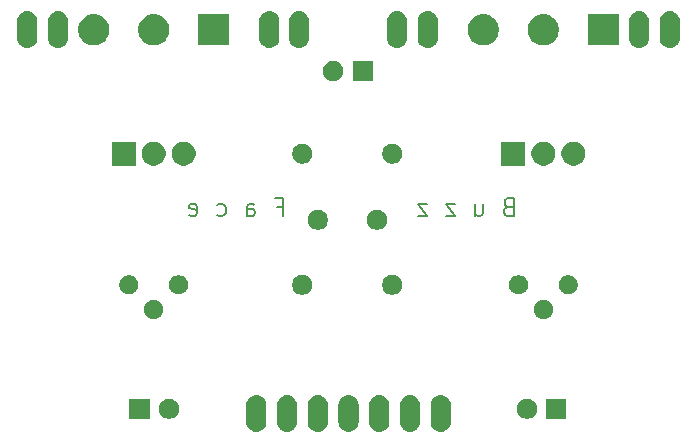
<source format=gbr>
G04 #@! TF.GenerationSoftware,KiCad,Pcbnew,(5.1.5-0-10_14)*
G04 #@! TF.CreationDate,2021-09-14T17:42:55+02:00*
G04 #@! TF.ProjectId,npnium,6e706e69-756d-42e6-9b69-6361645f7063,rev?*
G04 #@! TF.SameCoordinates,Original*
G04 #@! TF.FileFunction,Soldermask,Bot*
G04 #@! TF.FilePolarity,Negative*
%FSLAX46Y46*%
G04 Gerber Fmt 4.6, Leading zero omitted, Abs format (unit mm)*
G04 Created by KiCad (PCBNEW (5.1.5-0-10_14)) date 2021-09-14 17:42:55*
%MOMM*%
%LPD*%
G04 APERTURE LIST*
%ADD10C,0.150000*%
%ADD11C,0.100000*%
G04 APERTURE END LIST*
D10*
X93964285Y-93392857D02*
X94464285Y-93392857D01*
X94464285Y-94178571D02*
X94464285Y-92678571D01*
X93750000Y-92678571D01*
X91392857Y-94178571D02*
X91392857Y-93392857D01*
X91464285Y-93250000D01*
X91607142Y-93178571D01*
X91892857Y-93178571D01*
X92035714Y-93250000D01*
X91392857Y-94107142D02*
X91535714Y-94178571D01*
X91892857Y-94178571D01*
X92035714Y-94107142D01*
X92107142Y-93964285D01*
X92107142Y-93821428D01*
X92035714Y-93678571D01*
X91892857Y-93607142D01*
X91535714Y-93607142D01*
X91392857Y-93535714D01*
X88892857Y-94107142D02*
X89035714Y-94178571D01*
X89321428Y-94178571D01*
X89464285Y-94107142D01*
X89535714Y-94035714D01*
X89607142Y-93892857D01*
X89607142Y-93464285D01*
X89535714Y-93321428D01*
X89464285Y-93250000D01*
X89321428Y-93178571D01*
X89035714Y-93178571D01*
X88892857Y-93250000D01*
X86535714Y-94107142D02*
X86678571Y-94178571D01*
X86964285Y-94178571D01*
X87107142Y-94107142D01*
X87178571Y-93964285D01*
X87178571Y-93392857D01*
X87107142Y-93250000D01*
X86964285Y-93178571D01*
X86678571Y-93178571D01*
X86535714Y-93250000D01*
X86464285Y-93392857D01*
X86464285Y-93535714D01*
X87178571Y-93678571D01*
X113500000Y-93392857D02*
X113285714Y-93464285D01*
X113214285Y-93535714D01*
X113142857Y-93678571D01*
X113142857Y-93892857D01*
X113214285Y-94035714D01*
X113285714Y-94107142D01*
X113428571Y-94178571D01*
X114000000Y-94178571D01*
X114000000Y-92678571D01*
X113500000Y-92678571D01*
X113357142Y-92750000D01*
X113285714Y-92821428D01*
X113214285Y-92964285D01*
X113214285Y-93107142D01*
X113285714Y-93250000D01*
X113357142Y-93321428D01*
X113500000Y-93392857D01*
X114000000Y-93392857D01*
X110714285Y-93178571D02*
X110714285Y-94178571D01*
X111357142Y-93178571D02*
X111357142Y-93964285D01*
X111285714Y-94107142D01*
X111142857Y-94178571D01*
X110928571Y-94178571D01*
X110785714Y-94107142D01*
X110714285Y-94035714D01*
X109000000Y-93178571D02*
X108214285Y-93178571D01*
X109000000Y-94178571D01*
X108214285Y-94178571D01*
X106642857Y-93178571D02*
X105857142Y-93178571D01*
X106642857Y-94178571D01*
X105857142Y-94178571D01*
D11*
G36*
X92366822Y-109361313D02*
G01*
X92527241Y-109409976D01*
X92675077Y-109488995D01*
X92804659Y-109595341D01*
X92911004Y-109724922D01*
X92911005Y-109724924D01*
X92990024Y-109872758D01*
X93038687Y-110033177D01*
X93051000Y-110158196D01*
X93051000Y-111641804D01*
X93038687Y-111766823D01*
X92990024Y-111927242D01*
X92919114Y-112059906D01*
X92911004Y-112075078D01*
X92804659Y-112204659D01*
X92675078Y-112311004D01*
X92675076Y-112311005D01*
X92527242Y-112390024D01*
X92366823Y-112438687D01*
X92200000Y-112455117D01*
X92033178Y-112438687D01*
X91872759Y-112390024D01*
X91724925Y-112311005D01*
X91724923Y-112311004D01*
X91595342Y-112204659D01*
X91488997Y-112075078D01*
X91480887Y-112059906D01*
X91409977Y-111927242D01*
X91361314Y-111766823D01*
X91349001Y-111641804D01*
X91349000Y-110158197D01*
X91361313Y-110033178D01*
X91409976Y-109872759D01*
X91488995Y-109724923D01*
X91595341Y-109595341D01*
X91724922Y-109488996D01*
X91740094Y-109480886D01*
X91872758Y-109409976D01*
X92033177Y-109361313D01*
X92200000Y-109344883D01*
X92366822Y-109361313D01*
G37*
G36*
X94966822Y-109361313D02*
G01*
X95127241Y-109409976D01*
X95275077Y-109488995D01*
X95404659Y-109595341D01*
X95511004Y-109724922D01*
X95511005Y-109724924D01*
X95590024Y-109872758D01*
X95638687Y-110033177D01*
X95651000Y-110158196D01*
X95651000Y-111641804D01*
X95638687Y-111766823D01*
X95590024Y-111927242D01*
X95519114Y-112059906D01*
X95511004Y-112075078D01*
X95404659Y-112204659D01*
X95275078Y-112311004D01*
X95275076Y-112311005D01*
X95127242Y-112390024D01*
X94966823Y-112438687D01*
X94800000Y-112455117D01*
X94633178Y-112438687D01*
X94472759Y-112390024D01*
X94324925Y-112311005D01*
X94324923Y-112311004D01*
X94195342Y-112204659D01*
X94088997Y-112075078D01*
X94080887Y-112059906D01*
X94009977Y-111927242D01*
X93961314Y-111766823D01*
X93949001Y-111641804D01*
X93949000Y-110158197D01*
X93961313Y-110033178D01*
X94009976Y-109872759D01*
X94088995Y-109724923D01*
X94195341Y-109595341D01*
X94324922Y-109488996D01*
X94340094Y-109480886D01*
X94472758Y-109409976D01*
X94633177Y-109361313D01*
X94800000Y-109344883D01*
X94966822Y-109361313D01*
G37*
G36*
X97566822Y-109361313D02*
G01*
X97727241Y-109409976D01*
X97875077Y-109488995D01*
X98004659Y-109595341D01*
X98111004Y-109724922D01*
X98111005Y-109724924D01*
X98190024Y-109872758D01*
X98238687Y-110033177D01*
X98251000Y-110158196D01*
X98251000Y-111641804D01*
X98238687Y-111766823D01*
X98190024Y-111927242D01*
X98119114Y-112059906D01*
X98111004Y-112075078D01*
X98004659Y-112204659D01*
X97875078Y-112311004D01*
X97875076Y-112311005D01*
X97727242Y-112390024D01*
X97566823Y-112438687D01*
X97400000Y-112455117D01*
X97233178Y-112438687D01*
X97072759Y-112390024D01*
X96924925Y-112311005D01*
X96924923Y-112311004D01*
X96795342Y-112204659D01*
X96688997Y-112075078D01*
X96680887Y-112059906D01*
X96609977Y-111927242D01*
X96561314Y-111766823D01*
X96549001Y-111641804D01*
X96549000Y-110158197D01*
X96561313Y-110033178D01*
X96609976Y-109872759D01*
X96688995Y-109724923D01*
X96795341Y-109595341D01*
X96924922Y-109488996D01*
X96940094Y-109480886D01*
X97072758Y-109409976D01*
X97233177Y-109361313D01*
X97400000Y-109344883D01*
X97566822Y-109361313D01*
G37*
G36*
X100166822Y-109361313D02*
G01*
X100327241Y-109409976D01*
X100475077Y-109488995D01*
X100604659Y-109595341D01*
X100711004Y-109724922D01*
X100711005Y-109724924D01*
X100790024Y-109872758D01*
X100838687Y-110033177D01*
X100851000Y-110158196D01*
X100851000Y-111641804D01*
X100838687Y-111766823D01*
X100790024Y-111927242D01*
X100719114Y-112059906D01*
X100711004Y-112075078D01*
X100604659Y-112204659D01*
X100475078Y-112311004D01*
X100475076Y-112311005D01*
X100327242Y-112390024D01*
X100166823Y-112438687D01*
X100000000Y-112455117D01*
X99833178Y-112438687D01*
X99672759Y-112390024D01*
X99524925Y-112311005D01*
X99524923Y-112311004D01*
X99395342Y-112204659D01*
X99288997Y-112075078D01*
X99280887Y-112059906D01*
X99209977Y-111927242D01*
X99161314Y-111766823D01*
X99149001Y-111641804D01*
X99149000Y-110158197D01*
X99161313Y-110033178D01*
X99209976Y-109872759D01*
X99288995Y-109724923D01*
X99395341Y-109595341D01*
X99524922Y-109488996D01*
X99540094Y-109480886D01*
X99672758Y-109409976D01*
X99833177Y-109361313D01*
X100000000Y-109344883D01*
X100166822Y-109361313D01*
G37*
G36*
X102766822Y-109361313D02*
G01*
X102927241Y-109409976D01*
X103075077Y-109488995D01*
X103204659Y-109595341D01*
X103311004Y-109724922D01*
X103311005Y-109724924D01*
X103390024Y-109872758D01*
X103438687Y-110033177D01*
X103451000Y-110158196D01*
X103451000Y-111641804D01*
X103438687Y-111766823D01*
X103390024Y-111927242D01*
X103319114Y-112059906D01*
X103311004Y-112075078D01*
X103204659Y-112204659D01*
X103075078Y-112311004D01*
X103075076Y-112311005D01*
X102927242Y-112390024D01*
X102766823Y-112438687D01*
X102600000Y-112455117D01*
X102433178Y-112438687D01*
X102272759Y-112390024D01*
X102124925Y-112311005D01*
X102124923Y-112311004D01*
X101995342Y-112204659D01*
X101888997Y-112075078D01*
X101880887Y-112059906D01*
X101809977Y-111927242D01*
X101761314Y-111766823D01*
X101749001Y-111641804D01*
X101749000Y-110158197D01*
X101761313Y-110033178D01*
X101809976Y-109872759D01*
X101888995Y-109724923D01*
X101995341Y-109595341D01*
X102124922Y-109488996D01*
X102140094Y-109480886D01*
X102272758Y-109409976D01*
X102433177Y-109361313D01*
X102600000Y-109344883D01*
X102766822Y-109361313D01*
G37*
G36*
X105366822Y-109361313D02*
G01*
X105527241Y-109409976D01*
X105675077Y-109488995D01*
X105804659Y-109595341D01*
X105911004Y-109724922D01*
X105911005Y-109724924D01*
X105990024Y-109872758D01*
X106038687Y-110033177D01*
X106051000Y-110158196D01*
X106051000Y-111641804D01*
X106038687Y-111766823D01*
X105990024Y-111927242D01*
X105919114Y-112059906D01*
X105911004Y-112075078D01*
X105804659Y-112204659D01*
X105675078Y-112311004D01*
X105675076Y-112311005D01*
X105527242Y-112390024D01*
X105366823Y-112438687D01*
X105200000Y-112455117D01*
X105033178Y-112438687D01*
X104872759Y-112390024D01*
X104724925Y-112311005D01*
X104724923Y-112311004D01*
X104595342Y-112204659D01*
X104488997Y-112075078D01*
X104480887Y-112059906D01*
X104409977Y-111927242D01*
X104361314Y-111766823D01*
X104349001Y-111641804D01*
X104349000Y-110158197D01*
X104361313Y-110033178D01*
X104409976Y-109872759D01*
X104488995Y-109724923D01*
X104595341Y-109595341D01*
X104724922Y-109488996D01*
X104740094Y-109480886D01*
X104872758Y-109409976D01*
X105033177Y-109361313D01*
X105200000Y-109344883D01*
X105366822Y-109361313D01*
G37*
G36*
X107966822Y-109361313D02*
G01*
X108127241Y-109409976D01*
X108275077Y-109488995D01*
X108404659Y-109595341D01*
X108511004Y-109724922D01*
X108511005Y-109724924D01*
X108590024Y-109872758D01*
X108638687Y-110033177D01*
X108651000Y-110158196D01*
X108651000Y-111641804D01*
X108638687Y-111766823D01*
X108590024Y-111927242D01*
X108519114Y-112059906D01*
X108511004Y-112075078D01*
X108404659Y-112204659D01*
X108275078Y-112311004D01*
X108275076Y-112311005D01*
X108127242Y-112390024D01*
X107966823Y-112438687D01*
X107800000Y-112455117D01*
X107633178Y-112438687D01*
X107472759Y-112390024D01*
X107324925Y-112311005D01*
X107324923Y-112311004D01*
X107195342Y-112204659D01*
X107088997Y-112075078D01*
X107080887Y-112059906D01*
X107009977Y-111927242D01*
X106961314Y-111766823D01*
X106949001Y-111641804D01*
X106949000Y-110158197D01*
X106961313Y-110033178D01*
X107009976Y-109872759D01*
X107088995Y-109724923D01*
X107195341Y-109595341D01*
X107324922Y-109488996D01*
X107340094Y-109480886D01*
X107472758Y-109409976D01*
X107633177Y-109361313D01*
X107800000Y-109344883D01*
X107966822Y-109361313D01*
G37*
G36*
X115348228Y-109681703D02*
G01*
X115503100Y-109745853D01*
X115642481Y-109838985D01*
X115761015Y-109957519D01*
X115854147Y-110096900D01*
X115918297Y-110251772D01*
X115951000Y-110416184D01*
X115951000Y-110583816D01*
X115918297Y-110748228D01*
X115854147Y-110903100D01*
X115761015Y-111042481D01*
X115642481Y-111161015D01*
X115503100Y-111254147D01*
X115348228Y-111318297D01*
X115183816Y-111351000D01*
X115016184Y-111351000D01*
X114851772Y-111318297D01*
X114696900Y-111254147D01*
X114557519Y-111161015D01*
X114438985Y-111042481D01*
X114345853Y-110903100D01*
X114281703Y-110748228D01*
X114249000Y-110583816D01*
X114249000Y-110416184D01*
X114281703Y-110251772D01*
X114345853Y-110096900D01*
X114438985Y-109957519D01*
X114557519Y-109838985D01*
X114696900Y-109745853D01*
X114851772Y-109681703D01*
X115016184Y-109649000D01*
X115183816Y-109649000D01*
X115348228Y-109681703D01*
G37*
G36*
X83151000Y-111351000D02*
G01*
X81449000Y-111351000D01*
X81449000Y-109649000D01*
X83151000Y-109649000D01*
X83151000Y-111351000D01*
G37*
G36*
X85048228Y-109681703D02*
G01*
X85203100Y-109745853D01*
X85342481Y-109838985D01*
X85461015Y-109957519D01*
X85554147Y-110096900D01*
X85618297Y-110251772D01*
X85651000Y-110416184D01*
X85651000Y-110583816D01*
X85618297Y-110748228D01*
X85554147Y-110903100D01*
X85461015Y-111042481D01*
X85342481Y-111161015D01*
X85203100Y-111254147D01*
X85048228Y-111318297D01*
X84883816Y-111351000D01*
X84716184Y-111351000D01*
X84551772Y-111318297D01*
X84396900Y-111254147D01*
X84257519Y-111161015D01*
X84138985Y-111042481D01*
X84045853Y-110903100D01*
X83981703Y-110748228D01*
X83949000Y-110583816D01*
X83949000Y-110416184D01*
X83981703Y-110251772D01*
X84045853Y-110096900D01*
X84138985Y-109957519D01*
X84257519Y-109838985D01*
X84396900Y-109745853D01*
X84551772Y-109681703D01*
X84716184Y-109649000D01*
X84883816Y-109649000D01*
X85048228Y-109681703D01*
G37*
G36*
X118451000Y-111351000D02*
G01*
X116749000Y-111351000D01*
X116749000Y-109649000D01*
X118451000Y-109649000D01*
X118451000Y-111351000D01*
G37*
G36*
X116737142Y-101318242D02*
G01*
X116885101Y-101379529D01*
X117018255Y-101468499D01*
X117131501Y-101581745D01*
X117220471Y-101714899D01*
X117281758Y-101862858D01*
X117313000Y-102019925D01*
X117313000Y-102180075D01*
X117281758Y-102337142D01*
X117220471Y-102485101D01*
X117131501Y-102618255D01*
X117018255Y-102731501D01*
X116885101Y-102820471D01*
X116737142Y-102881758D01*
X116580075Y-102913000D01*
X116419925Y-102913000D01*
X116262858Y-102881758D01*
X116114899Y-102820471D01*
X115981745Y-102731501D01*
X115868499Y-102618255D01*
X115779529Y-102485101D01*
X115718242Y-102337142D01*
X115687000Y-102180075D01*
X115687000Y-102019925D01*
X115718242Y-101862858D01*
X115779529Y-101714899D01*
X115868499Y-101581745D01*
X115981745Y-101468499D01*
X116114899Y-101379529D01*
X116262858Y-101318242D01*
X116419925Y-101287000D01*
X116580075Y-101287000D01*
X116737142Y-101318242D01*
G37*
G36*
X83737142Y-101318242D02*
G01*
X83885101Y-101379529D01*
X84018255Y-101468499D01*
X84131501Y-101581745D01*
X84220471Y-101714899D01*
X84281758Y-101862858D01*
X84313000Y-102019925D01*
X84313000Y-102180075D01*
X84281758Y-102337142D01*
X84220471Y-102485101D01*
X84131501Y-102618255D01*
X84018255Y-102731501D01*
X83885101Y-102820471D01*
X83737142Y-102881758D01*
X83580075Y-102913000D01*
X83419925Y-102913000D01*
X83262858Y-102881758D01*
X83114899Y-102820471D01*
X82981745Y-102731501D01*
X82868499Y-102618255D01*
X82779529Y-102485101D01*
X82718242Y-102337142D01*
X82687000Y-102180075D01*
X82687000Y-102019925D01*
X82718242Y-101862858D01*
X82779529Y-101714899D01*
X82868499Y-101581745D01*
X82981745Y-101468499D01*
X83114899Y-101379529D01*
X83262858Y-101318242D01*
X83419925Y-101287000D01*
X83580075Y-101287000D01*
X83737142Y-101318242D01*
G37*
G36*
X103948228Y-99181703D02*
G01*
X104103100Y-99245853D01*
X104242481Y-99338985D01*
X104361015Y-99457519D01*
X104454147Y-99596900D01*
X104518297Y-99751772D01*
X104551000Y-99916184D01*
X104551000Y-100083816D01*
X104518297Y-100248228D01*
X104454147Y-100403100D01*
X104361015Y-100542481D01*
X104242481Y-100661015D01*
X104103100Y-100754147D01*
X103948228Y-100818297D01*
X103783816Y-100851000D01*
X103616184Y-100851000D01*
X103451772Y-100818297D01*
X103296900Y-100754147D01*
X103157519Y-100661015D01*
X103038985Y-100542481D01*
X102945853Y-100403100D01*
X102881703Y-100248228D01*
X102849000Y-100083816D01*
X102849000Y-99916184D01*
X102881703Y-99751772D01*
X102945853Y-99596900D01*
X103038985Y-99457519D01*
X103157519Y-99338985D01*
X103296900Y-99245853D01*
X103451772Y-99181703D01*
X103616184Y-99149000D01*
X103783816Y-99149000D01*
X103948228Y-99181703D01*
G37*
G36*
X96328228Y-99181703D02*
G01*
X96483100Y-99245853D01*
X96622481Y-99338985D01*
X96741015Y-99457519D01*
X96834147Y-99596900D01*
X96898297Y-99751772D01*
X96931000Y-99916184D01*
X96931000Y-100083816D01*
X96898297Y-100248228D01*
X96834147Y-100403100D01*
X96741015Y-100542481D01*
X96622481Y-100661015D01*
X96483100Y-100754147D01*
X96328228Y-100818297D01*
X96163816Y-100851000D01*
X95996184Y-100851000D01*
X95831772Y-100818297D01*
X95676900Y-100754147D01*
X95537519Y-100661015D01*
X95418985Y-100542481D01*
X95325853Y-100403100D01*
X95261703Y-100248228D01*
X95229000Y-100083816D01*
X95229000Y-99916184D01*
X95261703Y-99751772D01*
X95325853Y-99596900D01*
X95418985Y-99457519D01*
X95537519Y-99338985D01*
X95676900Y-99245853D01*
X95831772Y-99181703D01*
X95996184Y-99149000D01*
X96163816Y-99149000D01*
X96328228Y-99181703D01*
G37*
G36*
X118837142Y-99218242D02*
G01*
X118985101Y-99279529D01*
X119118255Y-99368499D01*
X119231501Y-99481745D01*
X119320471Y-99614899D01*
X119381758Y-99762858D01*
X119413000Y-99919925D01*
X119413000Y-100080075D01*
X119381758Y-100237142D01*
X119320471Y-100385101D01*
X119231501Y-100518255D01*
X119118255Y-100631501D01*
X118985101Y-100720471D01*
X118837142Y-100781758D01*
X118680075Y-100813000D01*
X118519925Y-100813000D01*
X118362858Y-100781758D01*
X118214899Y-100720471D01*
X118081745Y-100631501D01*
X117968499Y-100518255D01*
X117879529Y-100385101D01*
X117818242Y-100237142D01*
X117787000Y-100080075D01*
X117787000Y-99919925D01*
X117818242Y-99762858D01*
X117879529Y-99614899D01*
X117968499Y-99481745D01*
X118081745Y-99368499D01*
X118214899Y-99279529D01*
X118362858Y-99218242D01*
X118519925Y-99187000D01*
X118680075Y-99187000D01*
X118837142Y-99218242D01*
G37*
G36*
X114637142Y-99218242D02*
G01*
X114785101Y-99279529D01*
X114918255Y-99368499D01*
X115031501Y-99481745D01*
X115120471Y-99614899D01*
X115181758Y-99762858D01*
X115213000Y-99919925D01*
X115213000Y-100080075D01*
X115181758Y-100237142D01*
X115120471Y-100385101D01*
X115031501Y-100518255D01*
X114918255Y-100631501D01*
X114785101Y-100720471D01*
X114637142Y-100781758D01*
X114480075Y-100813000D01*
X114319925Y-100813000D01*
X114162858Y-100781758D01*
X114014899Y-100720471D01*
X113881745Y-100631501D01*
X113768499Y-100518255D01*
X113679529Y-100385101D01*
X113618242Y-100237142D01*
X113587000Y-100080075D01*
X113587000Y-99919925D01*
X113618242Y-99762858D01*
X113679529Y-99614899D01*
X113768499Y-99481745D01*
X113881745Y-99368499D01*
X114014899Y-99279529D01*
X114162858Y-99218242D01*
X114319925Y-99187000D01*
X114480075Y-99187000D01*
X114637142Y-99218242D01*
G37*
G36*
X85837142Y-99218242D02*
G01*
X85985101Y-99279529D01*
X86118255Y-99368499D01*
X86231501Y-99481745D01*
X86320471Y-99614899D01*
X86381758Y-99762858D01*
X86413000Y-99919925D01*
X86413000Y-100080075D01*
X86381758Y-100237142D01*
X86320471Y-100385101D01*
X86231501Y-100518255D01*
X86118255Y-100631501D01*
X85985101Y-100720471D01*
X85837142Y-100781758D01*
X85680075Y-100813000D01*
X85519925Y-100813000D01*
X85362858Y-100781758D01*
X85214899Y-100720471D01*
X85081745Y-100631501D01*
X84968499Y-100518255D01*
X84879529Y-100385101D01*
X84818242Y-100237142D01*
X84787000Y-100080075D01*
X84787000Y-99919925D01*
X84818242Y-99762858D01*
X84879529Y-99614899D01*
X84968499Y-99481745D01*
X85081745Y-99368499D01*
X85214899Y-99279529D01*
X85362858Y-99218242D01*
X85519925Y-99187000D01*
X85680075Y-99187000D01*
X85837142Y-99218242D01*
G37*
G36*
X81637142Y-99218242D02*
G01*
X81785101Y-99279529D01*
X81918255Y-99368499D01*
X82031501Y-99481745D01*
X82120471Y-99614899D01*
X82181758Y-99762858D01*
X82213000Y-99919925D01*
X82213000Y-100080075D01*
X82181758Y-100237142D01*
X82120471Y-100385101D01*
X82031501Y-100518255D01*
X81918255Y-100631501D01*
X81785101Y-100720471D01*
X81637142Y-100781758D01*
X81480075Y-100813000D01*
X81319925Y-100813000D01*
X81162858Y-100781758D01*
X81014899Y-100720471D01*
X80881745Y-100631501D01*
X80768499Y-100518255D01*
X80679529Y-100385101D01*
X80618242Y-100237142D01*
X80587000Y-100080075D01*
X80587000Y-99919925D01*
X80618242Y-99762858D01*
X80679529Y-99614899D01*
X80768499Y-99481745D01*
X80881745Y-99368499D01*
X81014899Y-99279529D01*
X81162858Y-99218242D01*
X81319925Y-99187000D01*
X81480075Y-99187000D01*
X81637142Y-99218242D01*
G37*
G36*
X102648228Y-93681703D02*
G01*
X102803100Y-93745853D01*
X102942481Y-93838985D01*
X103061015Y-93957519D01*
X103154147Y-94096900D01*
X103218297Y-94251772D01*
X103251000Y-94416184D01*
X103251000Y-94583816D01*
X103218297Y-94748228D01*
X103154147Y-94903100D01*
X103061015Y-95042481D01*
X102942481Y-95161015D01*
X102803100Y-95254147D01*
X102648228Y-95318297D01*
X102483816Y-95351000D01*
X102316184Y-95351000D01*
X102151772Y-95318297D01*
X101996900Y-95254147D01*
X101857519Y-95161015D01*
X101738985Y-95042481D01*
X101645853Y-94903100D01*
X101581703Y-94748228D01*
X101549000Y-94583816D01*
X101549000Y-94416184D01*
X101581703Y-94251772D01*
X101645853Y-94096900D01*
X101738985Y-93957519D01*
X101857519Y-93838985D01*
X101996900Y-93745853D01*
X102151772Y-93681703D01*
X102316184Y-93649000D01*
X102483816Y-93649000D01*
X102648228Y-93681703D01*
G37*
G36*
X97648228Y-93681703D02*
G01*
X97803100Y-93745853D01*
X97942481Y-93838985D01*
X98061015Y-93957519D01*
X98154147Y-94096900D01*
X98218297Y-94251772D01*
X98251000Y-94416184D01*
X98251000Y-94583816D01*
X98218297Y-94748228D01*
X98154147Y-94903100D01*
X98061015Y-95042481D01*
X97942481Y-95161015D01*
X97803100Y-95254147D01*
X97648228Y-95318297D01*
X97483816Y-95351000D01*
X97316184Y-95351000D01*
X97151772Y-95318297D01*
X96996900Y-95254147D01*
X96857519Y-95161015D01*
X96738985Y-95042481D01*
X96645853Y-94903100D01*
X96581703Y-94748228D01*
X96549000Y-94583816D01*
X96549000Y-94416184D01*
X96581703Y-94251772D01*
X96645853Y-94096900D01*
X96738985Y-93957519D01*
X96857519Y-93838985D01*
X96996900Y-93745853D01*
X97151772Y-93681703D01*
X97316184Y-93649000D01*
X97483816Y-93649000D01*
X97648228Y-93681703D01*
G37*
G36*
X81976200Y-89916200D02*
G01*
X79943800Y-89916200D01*
X79943800Y-87883800D01*
X81976200Y-87883800D01*
X81976200Y-89916200D01*
G37*
G36*
X83796415Y-87922851D02*
G01*
X83981350Y-87999454D01*
X83981351Y-87999455D01*
X84147790Y-88110666D01*
X84289334Y-88252210D01*
X84289335Y-88252212D01*
X84400546Y-88418650D01*
X84477149Y-88603585D01*
X84516200Y-88799912D01*
X84516200Y-89000088D01*
X84477149Y-89196415D01*
X84400546Y-89381350D01*
X84400545Y-89381351D01*
X84289334Y-89547790D01*
X84147790Y-89689334D01*
X84104447Y-89718295D01*
X83981350Y-89800546D01*
X83796415Y-89877149D01*
X83600088Y-89916200D01*
X83399912Y-89916200D01*
X83203585Y-89877149D01*
X83018650Y-89800546D01*
X82895553Y-89718295D01*
X82852210Y-89689334D01*
X82710666Y-89547790D01*
X82599455Y-89381351D01*
X82599454Y-89381350D01*
X82522851Y-89196415D01*
X82483800Y-89000088D01*
X82483800Y-88799912D01*
X82522851Y-88603585D01*
X82599454Y-88418650D01*
X82710665Y-88252212D01*
X82710666Y-88252210D01*
X82852210Y-88110666D01*
X83018649Y-87999455D01*
X83018650Y-87999454D01*
X83203585Y-87922851D01*
X83399912Y-87883800D01*
X83600088Y-87883800D01*
X83796415Y-87922851D01*
G37*
G36*
X119336415Y-87922851D02*
G01*
X119521350Y-87999454D01*
X119521351Y-87999455D01*
X119687790Y-88110666D01*
X119829334Y-88252210D01*
X119829335Y-88252212D01*
X119940546Y-88418650D01*
X120017149Y-88603585D01*
X120056200Y-88799912D01*
X120056200Y-89000088D01*
X120017149Y-89196415D01*
X119940546Y-89381350D01*
X119940545Y-89381351D01*
X119829334Y-89547790D01*
X119687790Y-89689334D01*
X119644447Y-89718295D01*
X119521350Y-89800546D01*
X119336415Y-89877149D01*
X119140088Y-89916200D01*
X118939912Y-89916200D01*
X118743585Y-89877149D01*
X118558650Y-89800546D01*
X118435553Y-89718295D01*
X118392210Y-89689334D01*
X118250666Y-89547790D01*
X118139455Y-89381351D01*
X118139454Y-89381350D01*
X118062851Y-89196415D01*
X118023800Y-89000088D01*
X118023800Y-88799912D01*
X118062851Y-88603585D01*
X118139454Y-88418650D01*
X118250665Y-88252212D01*
X118250666Y-88252210D01*
X118392210Y-88110666D01*
X118558649Y-87999455D01*
X118558650Y-87999454D01*
X118743585Y-87922851D01*
X118939912Y-87883800D01*
X119140088Y-87883800D01*
X119336415Y-87922851D01*
G37*
G36*
X116796415Y-87922851D02*
G01*
X116981350Y-87999454D01*
X116981351Y-87999455D01*
X117147790Y-88110666D01*
X117289334Y-88252210D01*
X117289335Y-88252212D01*
X117400546Y-88418650D01*
X117477149Y-88603585D01*
X117516200Y-88799912D01*
X117516200Y-89000088D01*
X117477149Y-89196415D01*
X117400546Y-89381350D01*
X117400545Y-89381351D01*
X117289334Y-89547790D01*
X117147790Y-89689334D01*
X117104447Y-89718295D01*
X116981350Y-89800546D01*
X116796415Y-89877149D01*
X116600088Y-89916200D01*
X116399912Y-89916200D01*
X116203585Y-89877149D01*
X116018650Y-89800546D01*
X115895553Y-89718295D01*
X115852210Y-89689334D01*
X115710666Y-89547790D01*
X115599455Y-89381351D01*
X115599454Y-89381350D01*
X115522851Y-89196415D01*
X115483800Y-89000088D01*
X115483800Y-88799912D01*
X115522851Y-88603585D01*
X115599454Y-88418650D01*
X115710665Y-88252212D01*
X115710666Y-88252210D01*
X115852210Y-88110666D01*
X116018649Y-87999455D01*
X116018650Y-87999454D01*
X116203585Y-87922851D01*
X116399912Y-87883800D01*
X116600088Y-87883800D01*
X116796415Y-87922851D01*
G37*
G36*
X114976200Y-89916200D02*
G01*
X112943800Y-89916200D01*
X112943800Y-87883800D01*
X114976200Y-87883800D01*
X114976200Y-89916200D01*
G37*
G36*
X86336415Y-87922851D02*
G01*
X86521350Y-87999454D01*
X86521351Y-87999455D01*
X86687790Y-88110666D01*
X86829334Y-88252210D01*
X86829335Y-88252212D01*
X86940546Y-88418650D01*
X87017149Y-88603585D01*
X87056200Y-88799912D01*
X87056200Y-89000088D01*
X87017149Y-89196415D01*
X86940546Y-89381350D01*
X86940545Y-89381351D01*
X86829334Y-89547790D01*
X86687790Y-89689334D01*
X86644447Y-89718295D01*
X86521350Y-89800546D01*
X86336415Y-89877149D01*
X86140088Y-89916200D01*
X85939912Y-89916200D01*
X85743585Y-89877149D01*
X85558650Y-89800546D01*
X85435553Y-89718295D01*
X85392210Y-89689334D01*
X85250666Y-89547790D01*
X85139455Y-89381351D01*
X85139454Y-89381350D01*
X85062851Y-89196415D01*
X85023800Y-89000088D01*
X85023800Y-88799912D01*
X85062851Y-88603585D01*
X85139454Y-88418650D01*
X85250665Y-88252212D01*
X85250666Y-88252210D01*
X85392210Y-88110666D01*
X85558649Y-87999455D01*
X85558650Y-87999454D01*
X85743585Y-87922851D01*
X85939912Y-87883800D01*
X86140088Y-87883800D01*
X86336415Y-87922851D01*
G37*
G36*
X96328228Y-88081703D02*
G01*
X96483100Y-88145853D01*
X96622481Y-88238985D01*
X96741015Y-88357519D01*
X96834147Y-88496900D01*
X96898297Y-88651772D01*
X96931000Y-88816184D01*
X96931000Y-88983816D01*
X96898297Y-89148228D01*
X96834147Y-89303100D01*
X96741015Y-89442481D01*
X96622481Y-89561015D01*
X96483100Y-89654147D01*
X96328228Y-89718297D01*
X96163816Y-89751000D01*
X95996184Y-89751000D01*
X95831772Y-89718297D01*
X95676900Y-89654147D01*
X95537519Y-89561015D01*
X95418985Y-89442481D01*
X95325853Y-89303100D01*
X95261703Y-89148228D01*
X95229000Y-88983816D01*
X95229000Y-88816184D01*
X95261703Y-88651772D01*
X95325853Y-88496900D01*
X95418985Y-88357519D01*
X95537519Y-88238985D01*
X95676900Y-88145853D01*
X95831772Y-88081703D01*
X95996184Y-88049000D01*
X96163816Y-88049000D01*
X96328228Y-88081703D01*
G37*
G36*
X103948228Y-88081703D02*
G01*
X104103100Y-88145853D01*
X104242481Y-88238985D01*
X104361015Y-88357519D01*
X104454147Y-88496900D01*
X104518297Y-88651772D01*
X104551000Y-88816184D01*
X104551000Y-88983816D01*
X104518297Y-89148228D01*
X104454147Y-89303100D01*
X104361015Y-89442481D01*
X104242481Y-89561015D01*
X104103100Y-89654147D01*
X103948228Y-89718297D01*
X103783816Y-89751000D01*
X103616184Y-89751000D01*
X103451772Y-89718297D01*
X103296900Y-89654147D01*
X103157519Y-89561015D01*
X103038985Y-89442481D01*
X102945853Y-89303100D01*
X102881703Y-89148228D01*
X102849000Y-88983816D01*
X102849000Y-88816184D01*
X102881703Y-88651772D01*
X102945853Y-88496900D01*
X103038985Y-88357519D01*
X103157519Y-88238985D01*
X103296900Y-88145853D01*
X103451772Y-88081703D01*
X103616184Y-88049000D01*
X103783816Y-88049000D01*
X103948228Y-88081703D01*
G37*
G36*
X102051000Y-82751000D02*
G01*
X100349000Y-82751000D01*
X100349000Y-81049000D01*
X102051000Y-81049000D01*
X102051000Y-82751000D01*
G37*
G36*
X98948228Y-81081703D02*
G01*
X99103100Y-81145853D01*
X99242481Y-81238985D01*
X99361015Y-81357519D01*
X99454147Y-81496900D01*
X99518297Y-81651772D01*
X99551000Y-81816184D01*
X99551000Y-81983816D01*
X99518297Y-82148228D01*
X99454147Y-82303100D01*
X99361015Y-82442481D01*
X99242481Y-82561015D01*
X99103100Y-82654147D01*
X98948228Y-82718297D01*
X98783816Y-82751000D01*
X98616184Y-82751000D01*
X98451772Y-82718297D01*
X98296900Y-82654147D01*
X98157519Y-82561015D01*
X98038985Y-82442481D01*
X97945853Y-82303100D01*
X97881703Y-82148228D01*
X97849000Y-81983816D01*
X97849000Y-81816184D01*
X97881703Y-81651772D01*
X97945853Y-81496900D01*
X98038985Y-81357519D01*
X98157519Y-81238985D01*
X98296900Y-81145853D01*
X98451772Y-81081703D01*
X98616184Y-81049000D01*
X98783816Y-81049000D01*
X98948228Y-81081703D01*
G37*
G36*
X75566822Y-76861313D02*
G01*
X75727241Y-76909976D01*
X75875077Y-76988995D01*
X76004659Y-77095341D01*
X76111004Y-77224922D01*
X76111005Y-77224924D01*
X76190024Y-77372758D01*
X76238687Y-77533177D01*
X76251000Y-77658196D01*
X76251000Y-79141804D01*
X76238687Y-79266823D01*
X76190024Y-79427242D01*
X76119114Y-79559906D01*
X76111004Y-79575078D01*
X76004659Y-79704659D01*
X75875078Y-79811004D01*
X75875076Y-79811005D01*
X75727242Y-79890024D01*
X75566823Y-79938687D01*
X75400000Y-79955117D01*
X75233178Y-79938687D01*
X75072759Y-79890024D01*
X74924925Y-79811005D01*
X74924923Y-79811004D01*
X74795342Y-79704659D01*
X74688997Y-79575078D01*
X74680887Y-79559906D01*
X74609977Y-79427242D01*
X74561314Y-79266823D01*
X74549001Y-79141804D01*
X74549000Y-77658197D01*
X74561313Y-77533178D01*
X74609976Y-77372759D01*
X74688995Y-77224923D01*
X74795341Y-77095341D01*
X74924922Y-76988996D01*
X74940094Y-76980886D01*
X75072758Y-76909976D01*
X75233177Y-76861313D01*
X75400000Y-76844883D01*
X75566822Y-76861313D01*
G37*
G36*
X106866822Y-76861313D02*
G01*
X107027241Y-76909976D01*
X107175077Y-76988995D01*
X107304659Y-77095341D01*
X107411004Y-77224922D01*
X107411005Y-77224924D01*
X107490024Y-77372758D01*
X107538687Y-77533177D01*
X107551000Y-77658196D01*
X107551000Y-79141804D01*
X107538687Y-79266823D01*
X107490024Y-79427242D01*
X107419114Y-79559906D01*
X107411004Y-79575078D01*
X107304659Y-79704659D01*
X107175078Y-79811004D01*
X107175076Y-79811005D01*
X107027242Y-79890024D01*
X106866823Y-79938687D01*
X106700000Y-79955117D01*
X106533178Y-79938687D01*
X106372759Y-79890024D01*
X106224925Y-79811005D01*
X106224923Y-79811004D01*
X106095342Y-79704659D01*
X105988997Y-79575078D01*
X105980887Y-79559906D01*
X105909977Y-79427242D01*
X105861314Y-79266823D01*
X105849001Y-79141804D01*
X105849000Y-77658197D01*
X105861313Y-77533178D01*
X105909976Y-77372759D01*
X105988995Y-77224923D01*
X106095341Y-77095341D01*
X106224922Y-76988996D01*
X106240094Y-76980886D01*
X106372758Y-76909976D01*
X106533177Y-76861313D01*
X106700000Y-76844883D01*
X106866822Y-76861313D01*
G37*
G36*
X127366822Y-76861313D02*
G01*
X127527241Y-76909976D01*
X127675077Y-76988995D01*
X127804659Y-77095341D01*
X127911004Y-77224922D01*
X127911005Y-77224924D01*
X127990024Y-77372758D01*
X128038687Y-77533177D01*
X128051000Y-77658196D01*
X128051000Y-79141804D01*
X128038687Y-79266823D01*
X127990024Y-79427242D01*
X127919114Y-79559906D01*
X127911004Y-79575078D01*
X127804659Y-79704659D01*
X127675078Y-79811004D01*
X127675076Y-79811005D01*
X127527242Y-79890024D01*
X127366823Y-79938687D01*
X127200000Y-79955117D01*
X127033178Y-79938687D01*
X126872759Y-79890024D01*
X126724925Y-79811005D01*
X126724923Y-79811004D01*
X126595342Y-79704659D01*
X126488997Y-79575078D01*
X126480887Y-79559906D01*
X126409977Y-79427242D01*
X126361314Y-79266823D01*
X126349001Y-79141804D01*
X126349000Y-77658197D01*
X126361313Y-77533178D01*
X126409976Y-77372759D01*
X126488995Y-77224923D01*
X126595341Y-77095341D01*
X126724922Y-76988996D01*
X126740094Y-76980886D01*
X126872758Y-76909976D01*
X127033177Y-76861313D01*
X127200000Y-76844883D01*
X127366822Y-76861313D01*
G37*
G36*
X72966822Y-76861313D02*
G01*
X73127241Y-76909976D01*
X73275077Y-76988995D01*
X73404659Y-77095341D01*
X73511004Y-77224922D01*
X73511005Y-77224924D01*
X73590024Y-77372758D01*
X73638687Y-77533177D01*
X73651000Y-77658196D01*
X73651000Y-79141804D01*
X73638687Y-79266823D01*
X73590024Y-79427242D01*
X73519114Y-79559906D01*
X73511004Y-79575078D01*
X73404659Y-79704659D01*
X73275078Y-79811004D01*
X73275076Y-79811005D01*
X73127242Y-79890024D01*
X72966823Y-79938687D01*
X72800000Y-79955117D01*
X72633178Y-79938687D01*
X72472759Y-79890024D01*
X72324925Y-79811005D01*
X72324923Y-79811004D01*
X72195342Y-79704659D01*
X72088997Y-79575078D01*
X72080887Y-79559906D01*
X72009977Y-79427242D01*
X71961314Y-79266823D01*
X71949001Y-79141804D01*
X71949000Y-77658197D01*
X71961313Y-77533178D01*
X72009976Y-77372759D01*
X72088995Y-77224923D01*
X72195341Y-77095341D01*
X72324922Y-76988996D01*
X72340094Y-76980886D01*
X72472758Y-76909976D01*
X72633177Y-76861313D01*
X72800000Y-76844883D01*
X72966822Y-76861313D01*
G37*
G36*
X93466822Y-76861313D02*
G01*
X93627241Y-76909976D01*
X93775077Y-76988995D01*
X93904659Y-77095341D01*
X94011004Y-77224922D01*
X94011005Y-77224924D01*
X94090024Y-77372758D01*
X94138687Y-77533177D01*
X94151000Y-77658196D01*
X94151000Y-79141804D01*
X94138687Y-79266823D01*
X94090024Y-79427242D01*
X94019114Y-79559906D01*
X94011004Y-79575078D01*
X93904659Y-79704659D01*
X93775078Y-79811004D01*
X93775076Y-79811005D01*
X93627242Y-79890024D01*
X93466823Y-79938687D01*
X93300000Y-79955117D01*
X93133178Y-79938687D01*
X92972759Y-79890024D01*
X92824925Y-79811005D01*
X92824923Y-79811004D01*
X92695342Y-79704659D01*
X92588997Y-79575078D01*
X92580887Y-79559906D01*
X92509977Y-79427242D01*
X92461314Y-79266823D01*
X92449001Y-79141804D01*
X92449000Y-77658197D01*
X92461313Y-77533178D01*
X92509976Y-77372759D01*
X92588995Y-77224923D01*
X92695341Y-77095341D01*
X92824922Y-76988996D01*
X92840094Y-76980886D01*
X92972758Y-76909976D01*
X93133177Y-76861313D01*
X93300000Y-76844883D01*
X93466822Y-76861313D01*
G37*
G36*
X95966822Y-76861313D02*
G01*
X96127241Y-76909976D01*
X96275077Y-76988995D01*
X96404659Y-77095341D01*
X96511004Y-77224922D01*
X96511005Y-77224924D01*
X96590024Y-77372758D01*
X96638687Y-77533177D01*
X96651000Y-77658196D01*
X96651000Y-79141804D01*
X96638687Y-79266823D01*
X96590024Y-79427242D01*
X96519114Y-79559906D01*
X96511004Y-79575078D01*
X96404659Y-79704659D01*
X96275078Y-79811004D01*
X96275076Y-79811005D01*
X96127242Y-79890024D01*
X95966823Y-79938687D01*
X95800000Y-79955117D01*
X95633178Y-79938687D01*
X95472759Y-79890024D01*
X95324925Y-79811005D01*
X95324923Y-79811004D01*
X95195342Y-79704659D01*
X95088997Y-79575078D01*
X95080887Y-79559906D01*
X95009977Y-79427242D01*
X94961314Y-79266823D01*
X94949001Y-79141804D01*
X94949000Y-77658197D01*
X94961313Y-77533178D01*
X95009976Y-77372759D01*
X95088995Y-77224923D01*
X95195341Y-77095341D01*
X95324922Y-76988996D01*
X95340094Y-76980886D01*
X95472758Y-76909976D01*
X95633177Y-76861313D01*
X95800000Y-76844883D01*
X95966822Y-76861313D01*
G37*
G36*
X124766822Y-76861313D02*
G01*
X124927241Y-76909976D01*
X125075077Y-76988995D01*
X125204659Y-77095341D01*
X125311004Y-77224922D01*
X125311005Y-77224924D01*
X125390024Y-77372758D01*
X125438687Y-77533177D01*
X125451000Y-77658196D01*
X125451000Y-79141804D01*
X125438687Y-79266823D01*
X125390024Y-79427242D01*
X125319114Y-79559906D01*
X125311004Y-79575078D01*
X125204659Y-79704659D01*
X125075078Y-79811004D01*
X125075076Y-79811005D01*
X124927242Y-79890024D01*
X124766823Y-79938687D01*
X124600000Y-79955117D01*
X124433178Y-79938687D01*
X124272759Y-79890024D01*
X124124925Y-79811005D01*
X124124923Y-79811004D01*
X123995342Y-79704659D01*
X123888997Y-79575078D01*
X123880887Y-79559906D01*
X123809977Y-79427242D01*
X123761314Y-79266823D01*
X123749001Y-79141804D01*
X123749000Y-77658197D01*
X123761313Y-77533178D01*
X123809976Y-77372759D01*
X123888995Y-77224923D01*
X123995341Y-77095341D01*
X124124922Y-76988996D01*
X124140094Y-76980886D01*
X124272758Y-76909976D01*
X124433177Y-76861313D01*
X124600000Y-76844883D01*
X124766822Y-76861313D01*
G37*
G36*
X104266822Y-76861313D02*
G01*
X104427241Y-76909976D01*
X104575077Y-76988995D01*
X104704659Y-77095341D01*
X104811004Y-77224922D01*
X104811005Y-77224924D01*
X104890024Y-77372758D01*
X104938687Y-77533177D01*
X104951000Y-77658196D01*
X104951000Y-79141804D01*
X104938687Y-79266823D01*
X104890024Y-79427242D01*
X104819114Y-79559906D01*
X104811004Y-79575078D01*
X104704659Y-79704659D01*
X104575078Y-79811004D01*
X104575076Y-79811005D01*
X104427242Y-79890024D01*
X104266823Y-79938687D01*
X104100000Y-79955117D01*
X103933178Y-79938687D01*
X103772759Y-79890024D01*
X103624925Y-79811005D01*
X103624923Y-79811004D01*
X103495342Y-79704659D01*
X103388997Y-79575078D01*
X103380887Y-79559906D01*
X103309977Y-79427242D01*
X103261314Y-79266823D01*
X103249001Y-79141804D01*
X103249000Y-77658197D01*
X103261313Y-77533178D01*
X103309976Y-77372759D01*
X103388995Y-77224923D01*
X103495341Y-77095341D01*
X103624922Y-76988996D01*
X103640094Y-76980886D01*
X103772758Y-76909976D01*
X103933177Y-76861313D01*
X104100000Y-76844883D01*
X104266822Y-76861313D01*
G37*
G36*
X83757715Y-77104383D02*
G01*
X83885322Y-77129765D01*
X84026148Y-77188097D01*
X84125727Y-77229344D01*
X84125728Y-77229345D01*
X84342089Y-77373912D01*
X84526088Y-77557911D01*
X84593099Y-77658201D01*
X84670656Y-77774273D01*
X84711903Y-77873852D01*
X84770235Y-78014678D01*
X84821000Y-78269893D01*
X84821000Y-78530107D01*
X84770235Y-78785322D01*
X84711903Y-78926148D01*
X84670656Y-79025727D01*
X84670655Y-79025728D01*
X84526088Y-79242089D01*
X84342089Y-79426088D01*
X84197521Y-79522685D01*
X84125727Y-79570656D01*
X84026148Y-79611903D01*
X83885322Y-79670235D01*
X83757715Y-79695617D01*
X83630109Y-79721000D01*
X83369891Y-79721000D01*
X83242285Y-79695617D01*
X83114678Y-79670235D01*
X82973852Y-79611903D01*
X82874273Y-79570656D01*
X82802479Y-79522685D01*
X82657911Y-79426088D01*
X82473912Y-79242089D01*
X82329345Y-79025728D01*
X82329344Y-79025727D01*
X82288097Y-78926148D01*
X82229765Y-78785322D01*
X82179000Y-78530107D01*
X82179000Y-78269893D01*
X82229765Y-78014678D01*
X82288097Y-77873852D01*
X82329344Y-77774273D01*
X82406901Y-77658201D01*
X82473912Y-77557911D01*
X82657911Y-77373912D01*
X82874272Y-77229345D01*
X82874273Y-77229344D01*
X82973852Y-77188097D01*
X83114678Y-77129765D01*
X83242285Y-77104383D01*
X83369891Y-77079000D01*
X83630109Y-77079000D01*
X83757715Y-77104383D01*
G37*
G36*
X122901000Y-79721000D02*
G01*
X120259000Y-79721000D01*
X120259000Y-77079000D01*
X122901000Y-77079000D01*
X122901000Y-79721000D01*
G37*
G36*
X89901000Y-79721000D02*
G01*
X87259000Y-79721000D01*
X87259000Y-77079000D01*
X89901000Y-77079000D01*
X89901000Y-79721000D01*
G37*
G36*
X116757715Y-77104383D02*
G01*
X116885322Y-77129765D01*
X117026148Y-77188097D01*
X117125727Y-77229344D01*
X117125728Y-77229345D01*
X117342089Y-77373912D01*
X117526088Y-77557911D01*
X117593099Y-77658201D01*
X117670656Y-77774273D01*
X117711903Y-77873852D01*
X117770235Y-78014678D01*
X117821000Y-78269893D01*
X117821000Y-78530107D01*
X117770235Y-78785322D01*
X117711903Y-78926148D01*
X117670656Y-79025727D01*
X117670655Y-79025728D01*
X117526088Y-79242089D01*
X117342089Y-79426088D01*
X117197521Y-79522685D01*
X117125727Y-79570656D01*
X117026148Y-79611903D01*
X116885322Y-79670235D01*
X116757715Y-79695617D01*
X116630109Y-79721000D01*
X116369891Y-79721000D01*
X116242285Y-79695617D01*
X116114678Y-79670235D01*
X115973852Y-79611903D01*
X115874273Y-79570656D01*
X115802479Y-79522685D01*
X115657911Y-79426088D01*
X115473912Y-79242089D01*
X115329345Y-79025728D01*
X115329344Y-79025727D01*
X115288097Y-78926148D01*
X115229765Y-78785322D01*
X115179000Y-78530107D01*
X115179000Y-78269893D01*
X115229765Y-78014678D01*
X115288097Y-77873852D01*
X115329344Y-77774273D01*
X115406901Y-77658201D01*
X115473912Y-77557911D01*
X115657911Y-77373912D01*
X115874272Y-77229345D01*
X115874273Y-77229344D01*
X115973852Y-77188097D01*
X116114678Y-77129765D01*
X116242285Y-77104383D01*
X116369891Y-77079000D01*
X116630109Y-77079000D01*
X116757715Y-77104383D01*
G37*
G36*
X111677715Y-77104383D02*
G01*
X111805322Y-77129765D01*
X111946148Y-77188097D01*
X112045727Y-77229344D01*
X112045728Y-77229345D01*
X112262089Y-77373912D01*
X112446088Y-77557911D01*
X112513099Y-77658201D01*
X112590656Y-77774273D01*
X112631903Y-77873852D01*
X112690235Y-78014678D01*
X112741000Y-78269893D01*
X112741000Y-78530107D01*
X112690235Y-78785322D01*
X112631903Y-78926148D01*
X112590656Y-79025727D01*
X112590655Y-79025728D01*
X112446088Y-79242089D01*
X112262089Y-79426088D01*
X112117521Y-79522685D01*
X112045727Y-79570656D01*
X111946148Y-79611903D01*
X111805322Y-79670235D01*
X111677715Y-79695617D01*
X111550109Y-79721000D01*
X111289891Y-79721000D01*
X111162285Y-79695617D01*
X111034678Y-79670235D01*
X110893852Y-79611903D01*
X110794273Y-79570656D01*
X110722479Y-79522685D01*
X110577911Y-79426088D01*
X110393912Y-79242089D01*
X110249345Y-79025728D01*
X110249344Y-79025727D01*
X110208097Y-78926148D01*
X110149765Y-78785322D01*
X110099000Y-78530107D01*
X110099000Y-78269893D01*
X110149765Y-78014678D01*
X110208097Y-77873852D01*
X110249344Y-77774273D01*
X110326901Y-77658201D01*
X110393912Y-77557911D01*
X110577911Y-77373912D01*
X110794272Y-77229345D01*
X110794273Y-77229344D01*
X110893852Y-77188097D01*
X111034678Y-77129765D01*
X111162285Y-77104383D01*
X111289891Y-77079000D01*
X111550109Y-77079000D01*
X111677715Y-77104383D01*
G37*
G36*
X78677715Y-77104383D02*
G01*
X78805322Y-77129765D01*
X78946148Y-77188097D01*
X79045727Y-77229344D01*
X79045728Y-77229345D01*
X79262089Y-77373912D01*
X79446088Y-77557911D01*
X79513099Y-77658201D01*
X79590656Y-77774273D01*
X79631903Y-77873852D01*
X79690235Y-78014678D01*
X79741000Y-78269893D01*
X79741000Y-78530107D01*
X79690235Y-78785322D01*
X79631903Y-78926148D01*
X79590656Y-79025727D01*
X79590655Y-79025728D01*
X79446088Y-79242089D01*
X79262089Y-79426088D01*
X79117521Y-79522685D01*
X79045727Y-79570656D01*
X78946148Y-79611903D01*
X78805322Y-79670235D01*
X78677715Y-79695617D01*
X78550109Y-79721000D01*
X78289891Y-79721000D01*
X78162285Y-79695617D01*
X78034678Y-79670235D01*
X77893852Y-79611903D01*
X77794273Y-79570656D01*
X77722479Y-79522685D01*
X77577911Y-79426088D01*
X77393912Y-79242089D01*
X77249345Y-79025728D01*
X77249344Y-79025727D01*
X77208097Y-78926148D01*
X77149765Y-78785322D01*
X77099000Y-78530107D01*
X77099000Y-78269893D01*
X77149765Y-78014678D01*
X77208097Y-77873852D01*
X77249344Y-77774273D01*
X77326901Y-77658201D01*
X77393912Y-77557911D01*
X77577911Y-77373912D01*
X77794272Y-77229345D01*
X77794273Y-77229344D01*
X77893852Y-77188097D01*
X78034678Y-77129765D01*
X78162285Y-77104383D01*
X78289891Y-77079000D01*
X78550109Y-77079000D01*
X78677715Y-77104383D01*
G37*
M02*

</source>
